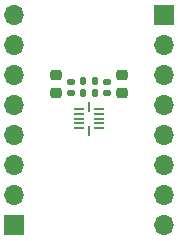
<source format=gbr>
%TF.GenerationSoftware,KiCad,Pcbnew,(6.0.5)*%
%TF.CreationDate,2022-07-01T10:08:14+08:00*%
%TF.ProjectId,convertor,636f6e76-6572-4746-9f72-2e6b69636164,rev?*%
%TF.SameCoordinates,Original*%
%TF.FileFunction,Soldermask,Top*%
%TF.FilePolarity,Negative*%
%FSLAX46Y46*%
G04 Gerber Fmt 4.6, Leading zero omitted, Abs format (unit mm)*
G04 Created by KiCad (PCBNEW (6.0.5)) date 2022-07-01 10:08:14*
%MOMM*%
%LPD*%
G01*
G04 APERTURE LIST*
G04 Aperture macros list*
%AMRoundRect*
0 Rectangle with rounded corners*
0 $1 Rounding radius*
0 $2 $3 $4 $5 $6 $7 $8 $9 X,Y pos of 4 corners*
0 Add a 4 corners polygon primitive as box body*
4,1,4,$2,$3,$4,$5,$6,$7,$8,$9,$2,$3,0*
0 Add four circle primitives for the rounded corners*
1,1,$1+$1,$2,$3*
1,1,$1+$1,$4,$5*
1,1,$1+$1,$6,$7*
1,1,$1+$1,$8,$9*
0 Add four rect primitives between the rounded corners*
20,1,$1+$1,$2,$3,$4,$5,0*
20,1,$1+$1,$4,$5,$6,$7,0*
20,1,$1+$1,$6,$7,$8,$9,0*
20,1,$1+$1,$8,$9,$2,$3,0*%
G04 Aperture macros list end*
%ADD10RoundRect,0.135000X0.135000X0.185000X-0.135000X0.185000X-0.135000X-0.185000X0.135000X-0.185000X0*%
%ADD11RoundRect,0.225000X0.250000X-0.225000X0.250000X0.225000X-0.250000X0.225000X-0.250000X-0.225000X0*%
%ADD12RoundRect,0.140000X0.170000X-0.140000X0.170000X0.140000X-0.170000X0.140000X-0.170000X-0.140000X0*%
%ADD13R,1.700000X1.700000*%
%ADD14O,1.700000X1.700000*%
%ADD15RoundRect,0.062500X-0.350000X-0.062500X0.350000X-0.062500X0.350000X0.062500X-0.350000X0.062500X0*%
%ADD16RoundRect,0.062500X0.062500X-0.350000X0.062500X0.350000X-0.062500X0.350000X-0.062500X-0.350000X0*%
%ADD17RoundRect,0.135000X-0.135000X-0.185000X0.135000X-0.185000X0.135000X0.185000X-0.135000X0.185000X0*%
G04 APERTURE END LIST*
D10*
%TO.C,R2*%
X140210000Y-98298000D03*
X139190000Y-98298000D03*
%TD*%
D11*
%TO.C,C1*%
X136906000Y-99327000D03*
X136906000Y-97777000D03*
%TD*%
D12*
%TO.C,C2*%
X138176000Y-99286000D03*
X138176000Y-98326000D03*
%TD*%
D13*
%TO.C,J2*%
X146050000Y-92710000D03*
D14*
X146050000Y-95250000D03*
X146050000Y-97790000D03*
X146050000Y-100330000D03*
X146050000Y-102870000D03*
X146050000Y-105410000D03*
X146050000Y-107950000D03*
X146050000Y-110490000D03*
%TD*%
D15*
%TO.C,U1*%
X138850000Y-100673000D03*
X138850000Y-101073000D03*
X138850000Y-101473000D03*
X138850000Y-101873000D03*
X138850000Y-102273000D03*
D16*
X139700000Y-102473000D03*
D15*
X140550000Y-102273000D03*
X140550000Y-101873000D03*
X140550000Y-101473000D03*
X140550000Y-101073000D03*
X140550000Y-100673000D03*
D16*
X139700000Y-100473000D03*
%TD*%
D11*
%TO.C,C4*%
X142494000Y-99327000D03*
X142494000Y-97777000D03*
%TD*%
D17*
%TO.C,R1*%
X139190000Y-99314000D03*
X140210000Y-99314000D03*
%TD*%
D13*
%TO.C,J1*%
X133350000Y-110490000D03*
D14*
X133350000Y-107950000D03*
X133350000Y-105410000D03*
X133350000Y-102870000D03*
X133350000Y-100330000D03*
X133350000Y-97790000D03*
X133350000Y-95250000D03*
X133350000Y-92710000D03*
%TD*%
D12*
%TO.C,C3*%
X141224000Y-99286000D03*
X141224000Y-98326000D03*
%TD*%
M02*

</source>
